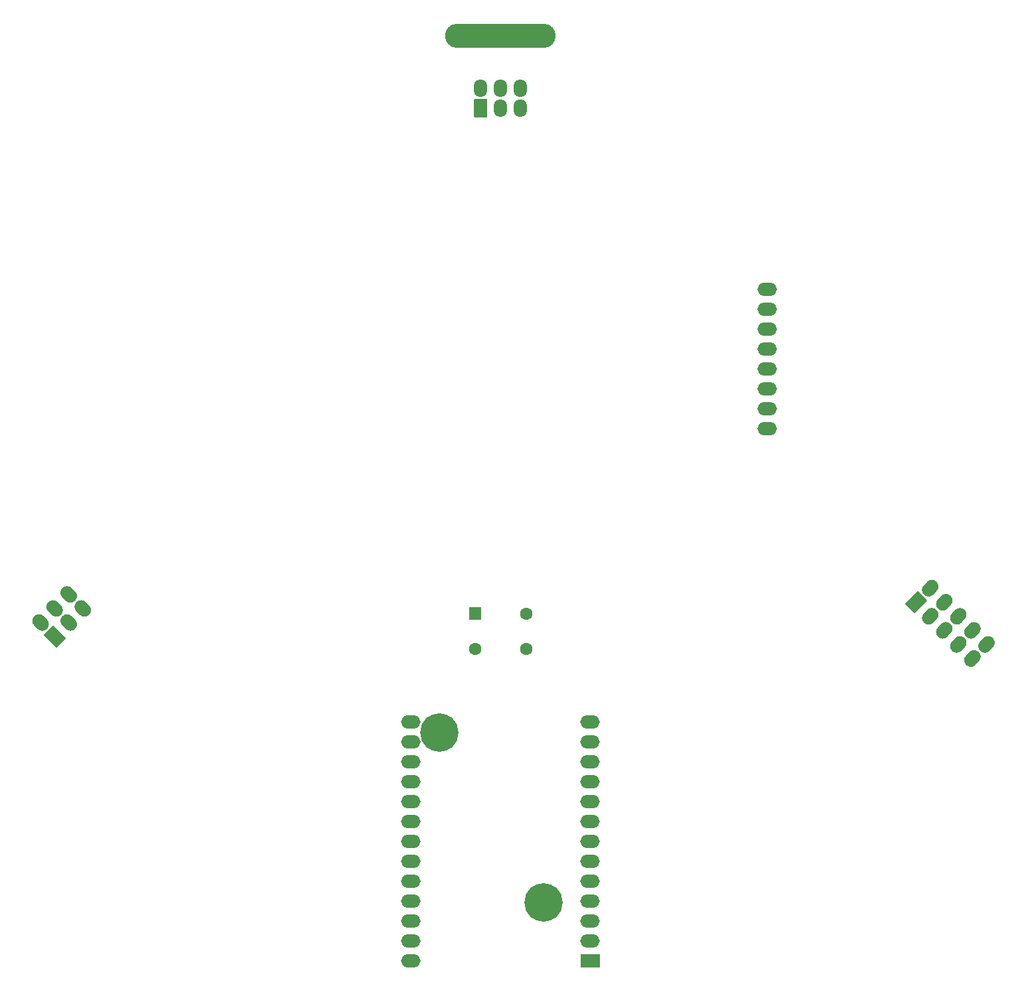
<source format=gts>
%TF.GenerationSoftware,KiCad,Pcbnew,5.1.10-88a1d61d58~88~ubuntu18.04.1*%
%TF.CreationDate,2021-09-10T20:26:40+10:00*%
%TF.ProjectId,swag-badge,73776167-2d62-4616-9467-652e6b696361,rev?*%
%TF.SameCoordinates,PX405f7e0PYfa3044a0*%
%TF.FileFunction,Soldermask,Top*%
%TF.FilePolarity,Negative*%
%FSLAX46Y46*%
G04 Gerber Fmt 4.6, Leading zero omitted, Abs format (unit mm)*
G04 Created by KiCad (PCBNEW 5.1.10-88a1d61d58~88~ubuntu18.04.1) date 2021-09-10 20:26:40*
%MOMM*%
%LPD*%
G01*
G04 APERTURE LIST*
%ADD10C,1.598000*%
%ADD11O,1.700000X2.300000*%
%ADD12O,14.100000X3.100000*%
%ADD13C,4.900000*%
%ADD14O,2.500000X1.700000*%
G04 APERTURE END LIST*
D10*
%TO.C,SW1*%
X-64250000Y58750000D03*
X-64250000Y54250000D03*
G36*
G01*
X-71549000Y58001000D02*
X-71549000Y59499000D01*
G75*
G02*
X-71499000Y59549000I50000J0D01*
G01*
X-70001000Y59549000D01*
G75*
G02*
X-69951000Y59499000I0J-50000D01*
G01*
X-69951000Y58001000D01*
G75*
G02*
X-70001000Y57951000I-50000J0D01*
G01*
X-71499000Y57951000D01*
G75*
G02*
X-71549000Y58001000I0J50000D01*
G01*
G37*
X-70750000Y54250000D03*
%TD*%
D11*
%TO.C,P1*%
X-67500000Y123230000D03*
X-64960000Y123230000D03*
X-64960000Y125770000D03*
X-67500000Y125770000D03*
G36*
G01*
X-69240000Y122080000D02*
X-70840000Y122080000D01*
G75*
G02*
X-70890000Y122130000I0J50000D01*
G01*
X-70890000Y124330000D01*
G75*
G02*
X-70840000Y124380000I50000J0D01*
G01*
X-69240000Y124380000D01*
G75*
G02*
X-69190000Y124330000I0J-50000D01*
G01*
X-69190000Y122130000D01*
G75*
G02*
X-69240000Y122080000I-50000J0D01*
G01*
G37*
X-70040000Y125770000D03*
%TD*%
%TO.C,P3*%
G36*
G01*
X-13478376Y57556969D02*
X-13478376Y57556969D01*
G75*
G02*
X-13520328Y58758319I579699J621651D01*
G01*
X-13111128Y59197131D01*
G75*
G02*
X-11909778Y59239083I621651J-579699D01*
G01*
X-11909778Y59239083D01*
G75*
G02*
X-11867826Y58037733I-579699J-621651D01*
G01*
X-12277026Y57598921D01*
G75*
G02*
X-13478376Y57556969I-621651J579699D01*
G01*
G37*
G36*
G01*
X-11682325Y55760917D02*
X-11682325Y55760917D01*
G75*
G02*
X-11724277Y56962267I579699J621651D01*
G01*
X-11315077Y57401079D01*
G75*
G02*
X-10113727Y57443031I621651J-579699D01*
G01*
X-10113727Y57443031D01*
G75*
G02*
X-10071775Y56241681I-579699J-621651D01*
G01*
X-10480975Y55802869D01*
G75*
G02*
X-11682325Y55760917I-621651J579699D01*
G01*
G37*
G36*
G01*
X-9886273Y53964866D02*
X-9886273Y53964866D01*
G75*
G02*
X-9928225Y55166216I579699J621651D01*
G01*
X-9519025Y55605028D01*
G75*
G02*
X-8317675Y55646980I621651J-579699D01*
G01*
X-8317675Y55646980D01*
G75*
G02*
X-8275723Y54445630I-579699J-621651D01*
G01*
X-8684923Y54006818D01*
G75*
G02*
X-9886273Y53964866I-621651J579699D01*
G01*
G37*
G36*
G01*
X-8090222Y52168815D02*
X-8090222Y52168815D01*
G75*
G02*
X-8132174Y53370165I579699J621651D01*
G01*
X-7722974Y53808977D01*
G75*
G02*
X-6521624Y53850929I621651J-579699D01*
G01*
X-6521624Y53850929D01*
G75*
G02*
X-6479672Y52649579I-579699J-621651D01*
G01*
X-6888872Y52210767D01*
G75*
G02*
X-8090222Y52168815I-621651J579699D01*
G01*
G37*
G36*
G01*
X-6294171Y53964866D02*
X-6294171Y53964866D01*
G75*
G02*
X-6336123Y55166216I579699J621651D01*
G01*
X-5926923Y55605028D01*
G75*
G02*
X-4725573Y55646980I621651J-579699D01*
G01*
X-4725573Y55646980D01*
G75*
G02*
X-4683621Y54445630I-579699J-621651D01*
G01*
X-5092821Y54006818D01*
G75*
G02*
X-6294171Y53964866I-621651J579699D01*
G01*
G37*
G36*
G01*
X-8090222Y55760917D02*
X-8090222Y55760917D01*
G75*
G02*
X-8132174Y56962267I579699J621651D01*
G01*
X-7722974Y57401079D01*
G75*
G02*
X-6521624Y57443031I621651J-579699D01*
G01*
X-6521624Y57443031D01*
G75*
G02*
X-6479672Y56241681I-579699J-621651D01*
G01*
X-6888872Y55802869D01*
G75*
G02*
X-8090222Y55760917I-621651J579699D01*
G01*
G37*
G36*
G01*
X-9886273Y57556969D02*
X-9886273Y57556969D01*
G75*
G02*
X-9928225Y58758319I579699J621651D01*
G01*
X-9519025Y59197131D01*
G75*
G02*
X-8317675Y59239083I621651J-579699D01*
G01*
X-8317675Y59239083D01*
G75*
G02*
X-8275723Y58037733I-579699J-621651D01*
G01*
X-8684923Y57598921D01*
G75*
G02*
X-9886273Y57556969I-621651J579699D01*
G01*
G37*
G36*
G01*
X-11682325Y59353020D02*
X-11682325Y59353020D01*
G75*
G02*
X-11724277Y60554370I579699J621651D01*
G01*
X-11315077Y60993182D01*
G75*
G02*
X-10113727Y61035134I621651J-579699D01*
G01*
X-10113727Y61035134D01*
G75*
G02*
X-10071775Y59833784I-579699J-621651D01*
G01*
X-10480975Y59394972D01*
G75*
G02*
X-11682325Y59353020I-621651J579699D01*
G01*
G37*
G36*
G01*
X-14737615Y58815219D02*
X-15868986Y59946590D01*
G75*
G02*
X-15868986Y60017300I35355J35355D01*
G01*
X-14313351Y61572935D01*
G75*
G02*
X-14242641Y61572935I35355J-35355D01*
G01*
X-13111270Y60441564D01*
G75*
G02*
X-13111270Y60370854I-35355J-35355D01*
G01*
X-14666905Y58815219D01*
G75*
G02*
X-14737615Y58815219I-35355J35355D01*
G01*
G37*
G36*
G01*
X-13478376Y61149071D02*
X-13478376Y61149071D01*
G75*
G02*
X-13520328Y62350421I579699J621651D01*
G01*
X-13111128Y62789233D01*
G75*
G02*
X-11909778Y62831185I621651J-579699D01*
G01*
X-11909778Y62831185D01*
G75*
G02*
X-11867826Y61629835I-579699J-621651D01*
G01*
X-12277026Y61191023D01*
G75*
G02*
X-13478376Y61149071I-621651J579699D01*
G01*
G37*
%TD*%
D12*
%TO.C,H5*%
X-67500000Y132500000D03*
%TD*%
D13*
%TO.C,J7*%
X-75300000Y43600000D03*
X-62000000Y21900000D03*
D14*
X-78930000Y44910000D03*
X-78930000Y42370000D03*
X-78930000Y39830000D03*
X-78930000Y37290000D03*
X-78930000Y34750000D03*
X-78930000Y32210000D03*
X-78930000Y29670000D03*
X-78930000Y27130000D03*
X-78930000Y24590000D03*
X-78930000Y22050000D03*
X-78930000Y19510000D03*
X-78930000Y16970000D03*
X-78930000Y14430000D03*
X-56070000Y44910000D03*
X-56070000Y42370000D03*
X-56070000Y39830000D03*
X-56070000Y37290000D03*
X-56070000Y34750000D03*
X-56070000Y32210000D03*
X-56070000Y29670000D03*
X-56070000Y27130000D03*
X-56070000Y24590000D03*
X-56070000Y22050000D03*
X-56070000Y19510000D03*
X-56070000Y16970000D03*
G36*
G01*
X-57320000Y13630000D02*
X-57320000Y15230000D01*
G75*
G02*
X-57270000Y15280000I50000J0D01*
G01*
X-54870000Y15280000D01*
G75*
G02*
X-54820000Y15230000I0J-50000D01*
G01*
X-54820000Y13630000D01*
G75*
G02*
X-54870000Y13580000I-50000J0D01*
G01*
X-57270000Y13580000D01*
G75*
G02*
X-57320000Y13630000I0J50000D01*
G01*
G37*
%TD*%
%TO.C,S1*%
X-33500000Y100120000D03*
X-33500000Y97580000D03*
X-33500000Y95040000D03*
X-33500000Y92500000D03*
X-33500000Y89960000D03*
X-33500000Y87420000D03*
X-33500000Y84880000D03*
X-33500000Y82340000D03*
%TD*%
%TO.C,P2*%
G36*
G01*
X-125380904Y56788801D02*
X-125380904Y56788801D01*
G75*
G02*
X-126582986Y56788801I-601041J601041D01*
G01*
X-127007250Y57213065D01*
G75*
G02*
X-127007250Y58415147I601041J601041D01*
G01*
X-127007250Y58415147D01*
G75*
G02*
X-125805168Y58415147I601041J-601041D01*
G01*
X-125380904Y57990883D01*
G75*
G02*
X-125380904Y56788801I-601041J-601041D01*
G01*
G37*
G36*
G01*
X-123019168Y55558436D02*
X-124150539Y54427065D01*
G75*
G02*
X-124221249Y54427065I-35355J35355D01*
G01*
X-125776884Y55982700D01*
G75*
G02*
X-125776884Y56053410I35355J35355D01*
G01*
X-124645513Y57184781D01*
G75*
G02*
X-124574803Y57184781I35355J-35355D01*
G01*
X-123019168Y55629146D01*
G75*
G02*
X-123019168Y55558436I-35355J-35355D01*
G01*
G37*
G36*
G01*
X-123584853Y58584853D02*
X-123584853Y58584853D01*
G75*
G02*
X-124786935Y58584853I-601041J601041D01*
G01*
X-125211199Y59009117D01*
G75*
G02*
X-125211199Y60211199I601041J601041D01*
G01*
X-125211199Y60211199D01*
G75*
G02*
X-124009117Y60211199I601041J-601041D01*
G01*
X-123584853Y59786935D01*
G75*
G02*
X-123584853Y58584853I-601041J-601041D01*
G01*
G37*
G36*
G01*
X-121788801Y60380904D02*
X-121788801Y60380904D01*
G75*
G02*
X-122990883Y60380904I-601041J601041D01*
G01*
X-123415147Y60805168D01*
G75*
G02*
X-123415147Y62007250I601041J601041D01*
G01*
X-123415147Y62007250D01*
G75*
G02*
X-122213065Y62007250I601041J-601041D01*
G01*
X-121788801Y61582986D01*
G75*
G02*
X-121788801Y60380904I-601041J-601041D01*
G01*
G37*
G36*
G01*
X-119992750Y58584853D02*
X-119992750Y58584853D01*
G75*
G02*
X-121194832Y58584853I-601041J601041D01*
G01*
X-121619096Y59009117D01*
G75*
G02*
X-121619096Y60211199I601041J601041D01*
G01*
X-121619096Y60211199D01*
G75*
G02*
X-120417014Y60211199I601041J-601041D01*
G01*
X-119992750Y59786935D01*
G75*
G02*
X-119992750Y58584853I-601041J-601041D01*
G01*
G37*
G36*
G01*
X-121788801Y56788801D02*
X-121788801Y56788801D01*
G75*
G02*
X-122990883Y56788801I-601041J601041D01*
G01*
X-123415147Y57213065D01*
G75*
G02*
X-123415147Y58415147I601041J601041D01*
G01*
X-123415147Y58415147D01*
G75*
G02*
X-122213065Y58415147I601041J-601041D01*
G01*
X-121788801Y57990883D01*
G75*
G02*
X-121788801Y56788801I-601041J-601041D01*
G01*
G37*
%TD*%
M02*

</source>
